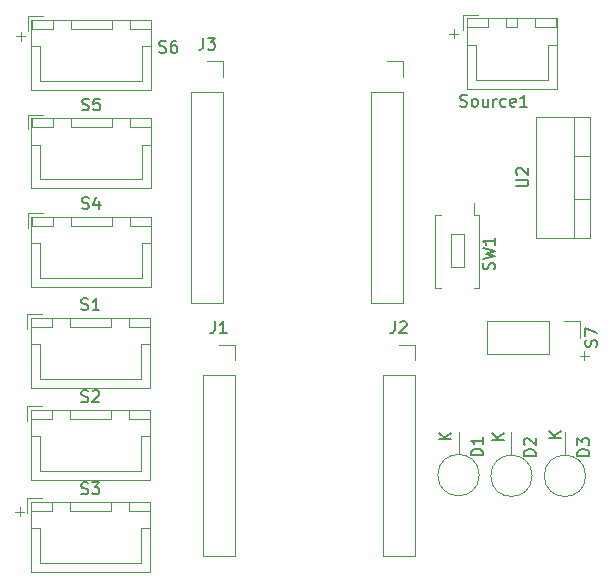
<source format=gbr>
%TF.GenerationSoftware,KiCad,Pcbnew,9.0.4*%
%TF.CreationDate,2025-09-18T17:41:51-06:00*%
%TF.ProjectId,sumo_bueno,73756d6f-5f62-4756-956e-6f2e6b696361,rev?*%
%TF.SameCoordinates,Original*%
%TF.FileFunction,Legend,Top*%
%TF.FilePolarity,Positive*%
%FSLAX46Y46*%
G04 Gerber Fmt 4.6, Leading zero omitted, Abs format (unit mm)*
G04 Created by KiCad (PCBNEW 9.0.4) date 2025-09-18 17:41:51*
%MOMM*%
%LPD*%
G01*
G04 APERTURE LIST*
%ADD10C,0.100000*%
%ADD11C,0.150000*%
%ADD12C,0.120000*%
G04 APERTURE END LIST*
D10*
X238833884Y-86351466D02*
X239595789Y-86351466D01*
X239214836Y-86732419D02*
X239214836Y-85970514D01*
X191033884Y-99531466D02*
X191795789Y-99531466D01*
X191414836Y-99912419D02*
X191414836Y-99150514D01*
X227793884Y-59081466D02*
X228555789Y-59081466D01*
X228174836Y-59462419D02*
X228174836Y-58700514D01*
X191103884Y-59271466D02*
X191865789Y-59271466D01*
X191484836Y-59652419D02*
X191484836Y-58890514D01*
D11*
X240247200Y-85561904D02*
X240294819Y-85419047D01*
X240294819Y-85419047D02*
X240294819Y-85180952D01*
X240294819Y-85180952D02*
X240247200Y-85085714D01*
X240247200Y-85085714D02*
X240199580Y-85038095D01*
X240199580Y-85038095D02*
X240104342Y-84990476D01*
X240104342Y-84990476D02*
X240009104Y-84990476D01*
X240009104Y-84990476D02*
X239913866Y-85038095D01*
X239913866Y-85038095D02*
X239866247Y-85085714D01*
X239866247Y-85085714D02*
X239818628Y-85180952D01*
X239818628Y-85180952D02*
X239771009Y-85371428D01*
X239771009Y-85371428D02*
X239723390Y-85466666D01*
X239723390Y-85466666D02*
X239675771Y-85514285D01*
X239675771Y-85514285D02*
X239580533Y-85561904D01*
X239580533Y-85561904D02*
X239485295Y-85561904D01*
X239485295Y-85561904D02*
X239390057Y-85514285D01*
X239390057Y-85514285D02*
X239342438Y-85466666D01*
X239342438Y-85466666D02*
X239294819Y-85371428D01*
X239294819Y-85371428D02*
X239294819Y-85133333D01*
X239294819Y-85133333D02*
X239342438Y-84990476D01*
X239294819Y-84657142D02*
X239294819Y-83990476D01*
X239294819Y-83990476D02*
X240294819Y-84419047D01*
X239634819Y-94823094D02*
X238634819Y-94823094D01*
X238634819Y-94823094D02*
X238634819Y-94584999D01*
X238634819Y-94584999D02*
X238682438Y-94442142D01*
X238682438Y-94442142D02*
X238777676Y-94346904D01*
X238777676Y-94346904D02*
X238872914Y-94299285D01*
X238872914Y-94299285D02*
X239063390Y-94251666D01*
X239063390Y-94251666D02*
X239206247Y-94251666D01*
X239206247Y-94251666D02*
X239396723Y-94299285D01*
X239396723Y-94299285D02*
X239491961Y-94346904D01*
X239491961Y-94346904D02*
X239587200Y-94442142D01*
X239587200Y-94442142D02*
X239634819Y-94584999D01*
X239634819Y-94584999D02*
X239634819Y-94823094D01*
X238634819Y-93918332D02*
X238634819Y-93299285D01*
X238634819Y-93299285D02*
X239015771Y-93632618D01*
X239015771Y-93632618D02*
X239015771Y-93489761D01*
X239015771Y-93489761D02*
X239063390Y-93394523D01*
X239063390Y-93394523D02*
X239111009Y-93346904D01*
X239111009Y-93346904D02*
X239206247Y-93299285D01*
X239206247Y-93299285D02*
X239444342Y-93299285D01*
X239444342Y-93299285D02*
X239539580Y-93346904D01*
X239539580Y-93346904D02*
X239587200Y-93394523D01*
X239587200Y-93394523D02*
X239634819Y-93489761D01*
X239634819Y-93489761D02*
X239634819Y-93775475D01*
X239634819Y-93775475D02*
X239587200Y-93870713D01*
X239587200Y-93870713D02*
X239539580Y-93918332D01*
X237234819Y-93271904D02*
X236234819Y-93271904D01*
X237234819Y-92700476D02*
X236663390Y-93129047D01*
X236234819Y-92700476D02*
X236806247Y-93271904D01*
X196708095Y-73867200D02*
X196850952Y-73914819D01*
X196850952Y-73914819D02*
X197089047Y-73914819D01*
X197089047Y-73914819D02*
X197184285Y-73867200D01*
X197184285Y-73867200D02*
X197231904Y-73819580D01*
X197231904Y-73819580D02*
X197279523Y-73724342D01*
X197279523Y-73724342D02*
X197279523Y-73629104D01*
X197279523Y-73629104D02*
X197231904Y-73533866D01*
X197231904Y-73533866D02*
X197184285Y-73486247D01*
X197184285Y-73486247D02*
X197089047Y-73438628D01*
X197089047Y-73438628D02*
X196898571Y-73391009D01*
X196898571Y-73391009D02*
X196803333Y-73343390D01*
X196803333Y-73343390D02*
X196755714Y-73295771D01*
X196755714Y-73295771D02*
X196708095Y-73200533D01*
X196708095Y-73200533D02*
X196708095Y-73105295D01*
X196708095Y-73105295D02*
X196755714Y-73010057D01*
X196755714Y-73010057D02*
X196803333Y-72962438D01*
X196803333Y-72962438D02*
X196898571Y-72914819D01*
X196898571Y-72914819D02*
X197136666Y-72914819D01*
X197136666Y-72914819D02*
X197279523Y-72962438D01*
X198136666Y-73248152D02*
X198136666Y-73914819D01*
X197898571Y-72867200D02*
X197660476Y-73581485D01*
X197660476Y-73581485D02*
X198279523Y-73581485D01*
X228716666Y-65197200D02*
X228859523Y-65244819D01*
X228859523Y-65244819D02*
X229097618Y-65244819D01*
X229097618Y-65244819D02*
X229192856Y-65197200D01*
X229192856Y-65197200D02*
X229240475Y-65149580D01*
X229240475Y-65149580D02*
X229288094Y-65054342D01*
X229288094Y-65054342D02*
X229288094Y-64959104D01*
X229288094Y-64959104D02*
X229240475Y-64863866D01*
X229240475Y-64863866D02*
X229192856Y-64816247D01*
X229192856Y-64816247D02*
X229097618Y-64768628D01*
X229097618Y-64768628D02*
X228907142Y-64721009D01*
X228907142Y-64721009D02*
X228811904Y-64673390D01*
X228811904Y-64673390D02*
X228764285Y-64625771D01*
X228764285Y-64625771D02*
X228716666Y-64530533D01*
X228716666Y-64530533D02*
X228716666Y-64435295D01*
X228716666Y-64435295D02*
X228764285Y-64340057D01*
X228764285Y-64340057D02*
X228811904Y-64292438D01*
X228811904Y-64292438D02*
X228907142Y-64244819D01*
X228907142Y-64244819D02*
X229145237Y-64244819D01*
X229145237Y-64244819D02*
X229288094Y-64292438D01*
X229859523Y-65244819D02*
X229764285Y-65197200D01*
X229764285Y-65197200D02*
X229716666Y-65149580D01*
X229716666Y-65149580D02*
X229669047Y-65054342D01*
X229669047Y-65054342D02*
X229669047Y-64768628D01*
X229669047Y-64768628D02*
X229716666Y-64673390D01*
X229716666Y-64673390D02*
X229764285Y-64625771D01*
X229764285Y-64625771D02*
X229859523Y-64578152D01*
X229859523Y-64578152D02*
X230002380Y-64578152D01*
X230002380Y-64578152D02*
X230097618Y-64625771D01*
X230097618Y-64625771D02*
X230145237Y-64673390D01*
X230145237Y-64673390D02*
X230192856Y-64768628D01*
X230192856Y-64768628D02*
X230192856Y-65054342D01*
X230192856Y-65054342D02*
X230145237Y-65149580D01*
X230145237Y-65149580D02*
X230097618Y-65197200D01*
X230097618Y-65197200D02*
X230002380Y-65244819D01*
X230002380Y-65244819D02*
X229859523Y-65244819D01*
X231049999Y-64578152D02*
X231049999Y-65244819D01*
X230621428Y-64578152D02*
X230621428Y-65101961D01*
X230621428Y-65101961D02*
X230669047Y-65197200D01*
X230669047Y-65197200D02*
X230764285Y-65244819D01*
X230764285Y-65244819D02*
X230907142Y-65244819D01*
X230907142Y-65244819D02*
X231002380Y-65197200D01*
X231002380Y-65197200D02*
X231049999Y-65149580D01*
X231526190Y-65244819D02*
X231526190Y-64578152D01*
X231526190Y-64768628D02*
X231573809Y-64673390D01*
X231573809Y-64673390D02*
X231621428Y-64625771D01*
X231621428Y-64625771D02*
X231716666Y-64578152D01*
X231716666Y-64578152D02*
X231811904Y-64578152D01*
X232573809Y-65197200D02*
X232478571Y-65244819D01*
X232478571Y-65244819D02*
X232288095Y-65244819D01*
X232288095Y-65244819D02*
X232192857Y-65197200D01*
X232192857Y-65197200D02*
X232145238Y-65149580D01*
X232145238Y-65149580D02*
X232097619Y-65054342D01*
X232097619Y-65054342D02*
X232097619Y-64768628D01*
X232097619Y-64768628D02*
X232145238Y-64673390D01*
X232145238Y-64673390D02*
X232192857Y-64625771D01*
X232192857Y-64625771D02*
X232288095Y-64578152D01*
X232288095Y-64578152D02*
X232478571Y-64578152D01*
X232478571Y-64578152D02*
X232573809Y-64625771D01*
X233383333Y-65197200D02*
X233288095Y-65244819D01*
X233288095Y-65244819D02*
X233097619Y-65244819D01*
X233097619Y-65244819D02*
X233002381Y-65197200D01*
X233002381Y-65197200D02*
X232954762Y-65101961D01*
X232954762Y-65101961D02*
X232954762Y-64721009D01*
X232954762Y-64721009D02*
X233002381Y-64625771D01*
X233002381Y-64625771D02*
X233097619Y-64578152D01*
X233097619Y-64578152D02*
X233288095Y-64578152D01*
X233288095Y-64578152D02*
X233383333Y-64625771D01*
X233383333Y-64625771D02*
X233430952Y-64721009D01*
X233430952Y-64721009D02*
X233430952Y-64816247D01*
X233430952Y-64816247D02*
X232954762Y-64911485D01*
X234383333Y-65244819D02*
X233811905Y-65244819D01*
X234097619Y-65244819D02*
X234097619Y-64244819D01*
X234097619Y-64244819D02*
X234002381Y-64387676D01*
X234002381Y-64387676D02*
X233907143Y-64482914D01*
X233907143Y-64482914D02*
X233811905Y-64530533D01*
X196638095Y-82417200D02*
X196780952Y-82464819D01*
X196780952Y-82464819D02*
X197019047Y-82464819D01*
X197019047Y-82464819D02*
X197114285Y-82417200D01*
X197114285Y-82417200D02*
X197161904Y-82369580D01*
X197161904Y-82369580D02*
X197209523Y-82274342D01*
X197209523Y-82274342D02*
X197209523Y-82179104D01*
X197209523Y-82179104D02*
X197161904Y-82083866D01*
X197161904Y-82083866D02*
X197114285Y-82036247D01*
X197114285Y-82036247D02*
X197019047Y-81988628D01*
X197019047Y-81988628D02*
X196828571Y-81941009D01*
X196828571Y-81941009D02*
X196733333Y-81893390D01*
X196733333Y-81893390D02*
X196685714Y-81845771D01*
X196685714Y-81845771D02*
X196638095Y-81750533D01*
X196638095Y-81750533D02*
X196638095Y-81655295D01*
X196638095Y-81655295D02*
X196685714Y-81560057D01*
X196685714Y-81560057D02*
X196733333Y-81512438D01*
X196733333Y-81512438D02*
X196828571Y-81464819D01*
X196828571Y-81464819D02*
X197066666Y-81464819D01*
X197066666Y-81464819D02*
X197209523Y-81512438D01*
X198161904Y-82464819D02*
X197590476Y-82464819D01*
X197876190Y-82464819D02*
X197876190Y-81464819D01*
X197876190Y-81464819D02*
X197780952Y-81607676D01*
X197780952Y-81607676D02*
X197685714Y-81702914D01*
X197685714Y-81702914D02*
X197590476Y-81750533D01*
X206946666Y-59424819D02*
X206946666Y-60139104D01*
X206946666Y-60139104D02*
X206899047Y-60281961D01*
X206899047Y-60281961D02*
X206803809Y-60377200D01*
X206803809Y-60377200D02*
X206660952Y-60424819D01*
X206660952Y-60424819D02*
X206565714Y-60424819D01*
X207327619Y-59424819D02*
X207946666Y-59424819D01*
X207946666Y-59424819D02*
X207613333Y-59805771D01*
X207613333Y-59805771D02*
X207756190Y-59805771D01*
X207756190Y-59805771D02*
X207851428Y-59853390D01*
X207851428Y-59853390D02*
X207899047Y-59901009D01*
X207899047Y-59901009D02*
X207946666Y-59996247D01*
X207946666Y-59996247D02*
X207946666Y-60234342D01*
X207946666Y-60234342D02*
X207899047Y-60329580D01*
X207899047Y-60329580D02*
X207851428Y-60377200D01*
X207851428Y-60377200D02*
X207756190Y-60424819D01*
X207756190Y-60424819D02*
X207470476Y-60424819D01*
X207470476Y-60424819D02*
X207375238Y-60377200D01*
X207375238Y-60377200D02*
X207327619Y-60329580D01*
X196638095Y-98017200D02*
X196780952Y-98064819D01*
X196780952Y-98064819D02*
X197019047Y-98064819D01*
X197019047Y-98064819D02*
X197114285Y-98017200D01*
X197114285Y-98017200D02*
X197161904Y-97969580D01*
X197161904Y-97969580D02*
X197209523Y-97874342D01*
X197209523Y-97874342D02*
X197209523Y-97779104D01*
X197209523Y-97779104D02*
X197161904Y-97683866D01*
X197161904Y-97683866D02*
X197114285Y-97636247D01*
X197114285Y-97636247D02*
X197019047Y-97588628D01*
X197019047Y-97588628D02*
X196828571Y-97541009D01*
X196828571Y-97541009D02*
X196733333Y-97493390D01*
X196733333Y-97493390D02*
X196685714Y-97445771D01*
X196685714Y-97445771D02*
X196638095Y-97350533D01*
X196638095Y-97350533D02*
X196638095Y-97255295D01*
X196638095Y-97255295D02*
X196685714Y-97160057D01*
X196685714Y-97160057D02*
X196733333Y-97112438D01*
X196733333Y-97112438D02*
X196828571Y-97064819D01*
X196828571Y-97064819D02*
X197066666Y-97064819D01*
X197066666Y-97064819D02*
X197209523Y-97112438D01*
X197542857Y-97064819D02*
X198161904Y-97064819D01*
X198161904Y-97064819D02*
X197828571Y-97445771D01*
X197828571Y-97445771D02*
X197971428Y-97445771D01*
X197971428Y-97445771D02*
X198066666Y-97493390D01*
X198066666Y-97493390D02*
X198114285Y-97541009D01*
X198114285Y-97541009D02*
X198161904Y-97636247D01*
X198161904Y-97636247D02*
X198161904Y-97874342D01*
X198161904Y-97874342D02*
X198114285Y-97969580D01*
X198114285Y-97969580D02*
X198066666Y-98017200D01*
X198066666Y-98017200D02*
X197971428Y-98064819D01*
X197971428Y-98064819D02*
X197685714Y-98064819D01*
X197685714Y-98064819D02*
X197590476Y-98017200D01*
X197590476Y-98017200D02*
X197542857Y-97969580D01*
X231577200Y-79013332D02*
X231624819Y-78870475D01*
X231624819Y-78870475D02*
X231624819Y-78632380D01*
X231624819Y-78632380D02*
X231577200Y-78537142D01*
X231577200Y-78537142D02*
X231529580Y-78489523D01*
X231529580Y-78489523D02*
X231434342Y-78441904D01*
X231434342Y-78441904D02*
X231339104Y-78441904D01*
X231339104Y-78441904D02*
X231243866Y-78489523D01*
X231243866Y-78489523D02*
X231196247Y-78537142D01*
X231196247Y-78537142D02*
X231148628Y-78632380D01*
X231148628Y-78632380D02*
X231101009Y-78822856D01*
X231101009Y-78822856D02*
X231053390Y-78918094D01*
X231053390Y-78918094D02*
X231005771Y-78965713D01*
X231005771Y-78965713D02*
X230910533Y-79013332D01*
X230910533Y-79013332D02*
X230815295Y-79013332D01*
X230815295Y-79013332D02*
X230720057Y-78965713D01*
X230720057Y-78965713D02*
X230672438Y-78918094D01*
X230672438Y-78918094D02*
X230624819Y-78822856D01*
X230624819Y-78822856D02*
X230624819Y-78584761D01*
X230624819Y-78584761D02*
X230672438Y-78441904D01*
X230624819Y-78108570D02*
X231624819Y-77870475D01*
X231624819Y-77870475D02*
X230910533Y-77679999D01*
X230910533Y-77679999D02*
X231624819Y-77489523D01*
X231624819Y-77489523D02*
X230624819Y-77251428D01*
X231624819Y-76346666D02*
X231624819Y-76918094D01*
X231624819Y-76632380D02*
X230624819Y-76632380D01*
X230624819Y-76632380D02*
X230767676Y-76727618D01*
X230767676Y-76727618D02*
X230862914Y-76822856D01*
X230862914Y-76822856D02*
X230910533Y-76918094D01*
X233464819Y-72001904D02*
X234274342Y-72001904D01*
X234274342Y-72001904D02*
X234369580Y-71954285D01*
X234369580Y-71954285D02*
X234417200Y-71906666D01*
X234417200Y-71906666D02*
X234464819Y-71811428D01*
X234464819Y-71811428D02*
X234464819Y-71620952D01*
X234464819Y-71620952D02*
X234417200Y-71525714D01*
X234417200Y-71525714D02*
X234369580Y-71478095D01*
X234369580Y-71478095D02*
X234274342Y-71430476D01*
X234274342Y-71430476D02*
X233464819Y-71430476D01*
X233560057Y-71001904D02*
X233512438Y-70954285D01*
X233512438Y-70954285D02*
X233464819Y-70859047D01*
X233464819Y-70859047D02*
X233464819Y-70620952D01*
X233464819Y-70620952D02*
X233512438Y-70525714D01*
X233512438Y-70525714D02*
X233560057Y-70478095D01*
X233560057Y-70478095D02*
X233655295Y-70430476D01*
X233655295Y-70430476D02*
X233750533Y-70430476D01*
X233750533Y-70430476D02*
X233893390Y-70478095D01*
X233893390Y-70478095D02*
X234464819Y-71049523D01*
X234464819Y-71049523D02*
X234464819Y-70430476D01*
X230624819Y-94763094D02*
X229624819Y-94763094D01*
X229624819Y-94763094D02*
X229624819Y-94524999D01*
X229624819Y-94524999D02*
X229672438Y-94382142D01*
X229672438Y-94382142D02*
X229767676Y-94286904D01*
X229767676Y-94286904D02*
X229862914Y-94239285D01*
X229862914Y-94239285D02*
X230053390Y-94191666D01*
X230053390Y-94191666D02*
X230196247Y-94191666D01*
X230196247Y-94191666D02*
X230386723Y-94239285D01*
X230386723Y-94239285D02*
X230481961Y-94286904D01*
X230481961Y-94286904D02*
X230577200Y-94382142D01*
X230577200Y-94382142D02*
X230624819Y-94524999D01*
X230624819Y-94524999D02*
X230624819Y-94763094D01*
X230624819Y-93239285D02*
X230624819Y-93810713D01*
X230624819Y-93524999D02*
X229624819Y-93524999D01*
X229624819Y-93524999D02*
X229767676Y-93620237D01*
X229767676Y-93620237D02*
X229862914Y-93715475D01*
X229862914Y-93715475D02*
X229910533Y-93810713D01*
X227924819Y-93421904D02*
X226924819Y-93421904D01*
X227924819Y-92850476D02*
X227353390Y-93279047D01*
X226924819Y-92850476D02*
X227496247Y-93421904D01*
X223186666Y-83414819D02*
X223186666Y-84129104D01*
X223186666Y-84129104D02*
X223139047Y-84271961D01*
X223139047Y-84271961D02*
X223043809Y-84367200D01*
X223043809Y-84367200D02*
X222900952Y-84414819D01*
X222900952Y-84414819D02*
X222805714Y-84414819D01*
X223615238Y-83510057D02*
X223662857Y-83462438D01*
X223662857Y-83462438D02*
X223758095Y-83414819D01*
X223758095Y-83414819D02*
X223996190Y-83414819D01*
X223996190Y-83414819D02*
X224091428Y-83462438D01*
X224091428Y-83462438D02*
X224139047Y-83510057D01*
X224139047Y-83510057D02*
X224186666Y-83605295D01*
X224186666Y-83605295D02*
X224186666Y-83700533D01*
X224186666Y-83700533D02*
X224139047Y-83843390D01*
X224139047Y-83843390D02*
X223567619Y-84414819D01*
X223567619Y-84414819D02*
X224186666Y-84414819D01*
X203238095Y-60627200D02*
X203380952Y-60674819D01*
X203380952Y-60674819D02*
X203619047Y-60674819D01*
X203619047Y-60674819D02*
X203714285Y-60627200D01*
X203714285Y-60627200D02*
X203761904Y-60579580D01*
X203761904Y-60579580D02*
X203809523Y-60484342D01*
X203809523Y-60484342D02*
X203809523Y-60389104D01*
X203809523Y-60389104D02*
X203761904Y-60293866D01*
X203761904Y-60293866D02*
X203714285Y-60246247D01*
X203714285Y-60246247D02*
X203619047Y-60198628D01*
X203619047Y-60198628D02*
X203428571Y-60151009D01*
X203428571Y-60151009D02*
X203333333Y-60103390D01*
X203333333Y-60103390D02*
X203285714Y-60055771D01*
X203285714Y-60055771D02*
X203238095Y-59960533D01*
X203238095Y-59960533D02*
X203238095Y-59865295D01*
X203238095Y-59865295D02*
X203285714Y-59770057D01*
X203285714Y-59770057D02*
X203333333Y-59722438D01*
X203333333Y-59722438D02*
X203428571Y-59674819D01*
X203428571Y-59674819D02*
X203666666Y-59674819D01*
X203666666Y-59674819D02*
X203809523Y-59722438D01*
X204666666Y-59674819D02*
X204476190Y-59674819D01*
X204476190Y-59674819D02*
X204380952Y-59722438D01*
X204380952Y-59722438D02*
X204333333Y-59770057D01*
X204333333Y-59770057D02*
X204238095Y-59912914D01*
X204238095Y-59912914D02*
X204190476Y-60103390D01*
X204190476Y-60103390D02*
X204190476Y-60484342D01*
X204190476Y-60484342D02*
X204238095Y-60579580D01*
X204238095Y-60579580D02*
X204285714Y-60627200D01*
X204285714Y-60627200D02*
X204380952Y-60674819D01*
X204380952Y-60674819D02*
X204571428Y-60674819D01*
X204571428Y-60674819D02*
X204666666Y-60627200D01*
X204666666Y-60627200D02*
X204714285Y-60579580D01*
X204714285Y-60579580D02*
X204761904Y-60484342D01*
X204761904Y-60484342D02*
X204761904Y-60246247D01*
X204761904Y-60246247D02*
X204714285Y-60151009D01*
X204714285Y-60151009D02*
X204666666Y-60103390D01*
X204666666Y-60103390D02*
X204571428Y-60055771D01*
X204571428Y-60055771D02*
X204380952Y-60055771D01*
X204380952Y-60055771D02*
X204285714Y-60103390D01*
X204285714Y-60103390D02*
X204238095Y-60151009D01*
X204238095Y-60151009D02*
X204190476Y-60246247D01*
X196638095Y-90217200D02*
X196780952Y-90264819D01*
X196780952Y-90264819D02*
X197019047Y-90264819D01*
X197019047Y-90264819D02*
X197114285Y-90217200D01*
X197114285Y-90217200D02*
X197161904Y-90169580D01*
X197161904Y-90169580D02*
X197209523Y-90074342D01*
X197209523Y-90074342D02*
X197209523Y-89979104D01*
X197209523Y-89979104D02*
X197161904Y-89883866D01*
X197161904Y-89883866D02*
X197114285Y-89836247D01*
X197114285Y-89836247D02*
X197019047Y-89788628D01*
X197019047Y-89788628D02*
X196828571Y-89741009D01*
X196828571Y-89741009D02*
X196733333Y-89693390D01*
X196733333Y-89693390D02*
X196685714Y-89645771D01*
X196685714Y-89645771D02*
X196638095Y-89550533D01*
X196638095Y-89550533D02*
X196638095Y-89455295D01*
X196638095Y-89455295D02*
X196685714Y-89360057D01*
X196685714Y-89360057D02*
X196733333Y-89312438D01*
X196733333Y-89312438D02*
X196828571Y-89264819D01*
X196828571Y-89264819D02*
X197066666Y-89264819D01*
X197066666Y-89264819D02*
X197209523Y-89312438D01*
X197590476Y-89360057D02*
X197638095Y-89312438D01*
X197638095Y-89312438D02*
X197733333Y-89264819D01*
X197733333Y-89264819D02*
X197971428Y-89264819D01*
X197971428Y-89264819D02*
X198066666Y-89312438D01*
X198066666Y-89312438D02*
X198114285Y-89360057D01*
X198114285Y-89360057D02*
X198161904Y-89455295D01*
X198161904Y-89455295D02*
X198161904Y-89550533D01*
X198161904Y-89550533D02*
X198114285Y-89693390D01*
X198114285Y-89693390D02*
X197542857Y-90264819D01*
X197542857Y-90264819D02*
X198161904Y-90264819D01*
X235104819Y-94823094D02*
X234104819Y-94823094D01*
X234104819Y-94823094D02*
X234104819Y-94584999D01*
X234104819Y-94584999D02*
X234152438Y-94442142D01*
X234152438Y-94442142D02*
X234247676Y-94346904D01*
X234247676Y-94346904D02*
X234342914Y-94299285D01*
X234342914Y-94299285D02*
X234533390Y-94251666D01*
X234533390Y-94251666D02*
X234676247Y-94251666D01*
X234676247Y-94251666D02*
X234866723Y-94299285D01*
X234866723Y-94299285D02*
X234961961Y-94346904D01*
X234961961Y-94346904D02*
X235057200Y-94442142D01*
X235057200Y-94442142D02*
X235104819Y-94584999D01*
X235104819Y-94584999D02*
X235104819Y-94823094D01*
X234200057Y-93870713D02*
X234152438Y-93823094D01*
X234152438Y-93823094D02*
X234104819Y-93727856D01*
X234104819Y-93727856D02*
X234104819Y-93489761D01*
X234104819Y-93489761D02*
X234152438Y-93394523D01*
X234152438Y-93394523D02*
X234200057Y-93346904D01*
X234200057Y-93346904D02*
X234295295Y-93299285D01*
X234295295Y-93299285D02*
X234390533Y-93299285D01*
X234390533Y-93299285D02*
X234533390Y-93346904D01*
X234533390Y-93346904D02*
X235104819Y-93918332D01*
X235104819Y-93918332D02*
X235104819Y-93299285D01*
X232404819Y-93481904D02*
X231404819Y-93481904D01*
X232404819Y-92910476D02*
X231833390Y-93339047D01*
X231404819Y-92910476D02*
X231976247Y-93481904D01*
X207946666Y-83414819D02*
X207946666Y-84129104D01*
X207946666Y-84129104D02*
X207899047Y-84271961D01*
X207899047Y-84271961D02*
X207803809Y-84367200D01*
X207803809Y-84367200D02*
X207660952Y-84414819D01*
X207660952Y-84414819D02*
X207565714Y-84414819D01*
X208946666Y-84414819D02*
X208375238Y-84414819D01*
X208660952Y-84414819D02*
X208660952Y-83414819D01*
X208660952Y-83414819D02*
X208565714Y-83557676D01*
X208565714Y-83557676D02*
X208470476Y-83652914D01*
X208470476Y-83652914D02*
X208375238Y-83700533D01*
X196708095Y-65517200D02*
X196850952Y-65564819D01*
X196850952Y-65564819D02*
X197089047Y-65564819D01*
X197089047Y-65564819D02*
X197184285Y-65517200D01*
X197184285Y-65517200D02*
X197231904Y-65469580D01*
X197231904Y-65469580D02*
X197279523Y-65374342D01*
X197279523Y-65374342D02*
X197279523Y-65279104D01*
X197279523Y-65279104D02*
X197231904Y-65183866D01*
X197231904Y-65183866D02*
X197184285Y-65136247D01*
X197184285Y-65136247D02*
X197089047Y-65088628D01*
X197089047Y-65088628D02*
X196898571Y-65041009D01*
X196898571Y-65041009D02*
X196803333Y-64993390D01*
X196803333Y-64993390D02*
X196755714Y-64945771D01*
X196755714Y-64945771D02*
X196708095Y-64850533D01*
X196708095Y-64850533D02*
X196708095Y-64755295D01*
X196708095Y-64755295D02*
X196755714Y-64660057D01*
X196755714Y-64660057D02*
X196803333Y-64612438D01*
X196803333Y-64612438D02*
X196898571Y-64564819D01*
X196898571Y-64564819D02*
X197136666Y-64564819D01*
X197136666Y-64564819D02*
X197279523Y-64612438D01*
X198184285Y-64564819D02*
X197708095Y-64564819D01*
X197708095Y-64564819D02*
X197660476Y-65041009D01*
X197660476Y-65041009D02*
X197708095Y-64993390D01*
X197708095Y-64993390D02*
X197803333Y-64945771D01*
X197803333Y-64945771D02*
X198041428Y-64945771D01*
X198041428Y-64945771D02*
X198136666Y-64993390D01*
X198136666Y-64993390D02*
X198184285Y-65041009D01*
X198184285Y-65041009D02*
X198231904Y-65136247D01*
X198231904Y-65136247D02*
X198231904Y-65374342D01*
X198231904Y-65374342D02*
X198184285Y-65469580D01*
X198184285Y-65469580D02*
X198136666Y-65517200D01*
X198136666Y-65517200D02*
X198041428Y-65564819D01*
X198041428Y-65564819D02*
X197803333Y-65564819D01*
X197803333Y-65564819D02*
X197708095Y-65517200D01*
X197708095Y-65517200D02*
X197660476Y-65469580D01*
D12*
%TO.C,S7*%
X231000000Y-83420000D02*
X231000000Y-86180000D01*
X236190000Y-83420000D02*
X231000000Y-83420000D01*
X236190000Y-83420000D02*
X236190000Y-86180000D01*
X236190000Y-86180000D02*
X231000000Y-86180000D01*
X237460000Y-83420000D02*
X238840000Y-83420000D01*
X238840000Y-83420000D02*
X238840000Y-84800000D01*
%TO.C,D3*%
X237580000Y-94749365D02*
X237580000Y-92820000D01*
X239330635Y-96500000D02*
G75*
G02*
X235829365Y-96500000I-1750635J0D01*
G01*
X235829365Y-96500000D02*
G75*
G02*
X239330635Y-96500000I1750635J0D01*
G01*
%TO.C,S4*%
X192120000Y-74260000D02*
X192120000Y-75510000D01*
X192410000Y-74550000D02*
X192410000Y-80520000D01*
X192410000Y-80520000D02*
X202530000Y-80520000D01*
X192420000Y-74560000D02*
X192420000Y-75310000D01*
X192420000Y-75310000D02*
X194220000Y-75310000D01*
X192420000Y-76810000D02*
X193170000Y-76810000D01*
X193170000Y-76810000D02*
X193170000Y-79760000D01*
X193170000Y-79760000D02*
X197470000Y-79760000D01*
X193370000Y-74260000D02*
X192120000Y-74260000D01*
X194220000Y-74560000D02*
X192420000Y-74560000D01*
X194220000Y-75310000D02*
X194220000Y-74560000D01*
X195720000Y-74560000D02*
X195720000Y-75310000D01*
X195720000Y-75310000D02*
X199220000Y-75310000D01*
X199220000Y-74560000D02*
X195720000Y-74560000D01*
X199220000Y-75310000D02*
X199220000Y-74560000D01*
X200720000Y-74560000D02*
X200720000Y-75310000D01*
X200720000Y-75310000D02*
X202520000Y-75310000D01*
X201770000Y-76810000D02*
X201770000Y-79760000D01*
X201770000Y-79760000D02*
X197470000Y-79760000D01*
X202520000Y-74560000D02*
X200720000Y-74560000D01*
X202520000Y-75310000D02*
X202520000Y-74560000D01*
X202520000Y-76810000D02*
X201770000Y-76810000D01*
X202530000Y-74550000D02*
X192410000Y-74550000D01*
X202530000Y-80520000D02*
X202530000Y-74550000D01*
%TO.C,Source1*%
X228960000Y-57470000D02*
X228960000Y-58720000D01*
X229250000Y-57760000D02*
X229250000Y-63730000D01*
X229250000Y-63730000D02*
X236870000Y-63730000D01*
X229260000Y-57770000D02*
X229260000Y-58520000D01*
X229260000Y-58520000D02*
X231060000Y-58520000D01*
X229260000Y-60020000D02*
X230010000Y-60020000D01*
X230010000Y-60020000D02*
X230010000Y-62970000D01*
X230010000Y-62970000D02*
X233060000Y-62970000D01*
X230210000Y-57470000D02*
X228960000Y-57470000D01*
X231060000Y-57770000D02*
X229260000Y-57770000D01*
X231060000Y-58520000D02*
X231060000Y-57770000D01*
X232560000Y-57770000D02*
X232560000Y-58520000D01*
X232560000Y-58520000D02*
X233560000Y-58520000D01*
X233560000Y-57770000D02*
X232560000Y-57770000D01*
X233560000Y-58520000D02*
X233560000Y-57770000D01*
X235060000Y-57770000D02*
X235060000Y-58520000D01*
X235060000Y-58520000D02*
X236860000Y-58520000D01*
X236110000Y-60020000D02*
X236110000Y-62970000D01*
X236110000Y-62970000D02*
X233060000Y-62970000D01*
X236860000Y-57770000D02*
X235060000Y-57770000D01*
X236860000Y-58520000D02*
X236860000Y-57770000D01*
X236860000Y-60020000D02*
X236110000Y-60020000D01*
X236870000Y-57760000D02*
X229250000Y-57760000D01*
X236870000Y-63730000D02*
X236870000Y-57760000D01*
%TO.C,S1*%
X192050000Y-82810000D02*
X192050000Y-84060000D01*
X192340000Y-83100000D02*
X192340000Y-89070000D01*
X192340000Y-89070000D02*
X202460000Y-89070000D01*
X192350000Y-83110000D02*
X192350000Y-83860000D01*
X192350000Y-83860000D02*
X194150000Y-83860000D01*
X192350000Y-85360000D02*
X193100000Y-85360000D01*
X193100000Y-85360000D02*
X193100000Y-88310000D01*
X193100000Y-88310000D02*
X197400000Y-88310000D01*
X193300000Y-82810000D02*
X192050000Y-82810000D01*
X194150000Y-83110000D02*
X192350000Y-83110000D01*
X194150000Y-83860000D02*
X194150000Y-83110000D01*
X195650000Y-83110000D02*
X195650000Y-83860000D01*
X195650000Y-83860000D02*
X199150000Y-83860000D01*
X199150000Y-83110000D02*
X195650000Y-83110000D01*
X199150000Y-83860000D02*
X199150000Y-83110000D01*
X200650000Y-83110000D02*
X200650000Y-83860000D01*
X200650000Y-83860000D02*
X202450000Y-83860000D01*
X201700000Y-85360000D02*
X201700000Y-88310000D01*
X201700000Y-88310000D02*
X197400000Y-88310000D01*
X202450000Y-83110000D02*
X200650000Y-83110000D01*
X202450000Y-83860000D02*
X202450000Y-83110000D01*
X202450000Y-85360000D02*
X201700000Y-85360000D01*
X202460000Y-83100000D02*
X192340000Y-83100000D01*
X202460000Y-89070000D02*
X202460000Y-83100000D01*
%TO.C,J3*%
X205950000Y-64010000D02*
X205950000Y-81850000D01*
X205950000Y-64010000D02*
X208610000Y-64010000D01*
X205950000Y-81850000D02*
X208610000Y-81850000D01*
X207280000Y-61410000D02*
X208610000Y-61410000D01*
X208610000Y-61410000D02*
X208610000Y-62740000D01*
X208610000Y-64010000D02*
X208610000Y-81850000D01*
%TO.C,S3*%
X192050000Y-98410000D02*
X192050000Y-99660000D01*
X192340000Y-98700000D02*
X192340000Y-104670000D01*
X192340000Y-104670000D02*
X202460000Y-104670000D01*
X192350000Y-98710000D02*
X192350000Y-99460000D01*
X192350000Y-99460000D02*
X194150000Y-99460000D01*
X192350000Y-100960000D02*
X193100000Y-100960000D01*
X193100000Y-100960000D02*
X193100000Y-103910000D01*
X193100000Y-103910000D02*
X197400000Y-103910000D01*
X193300000Y-98410000D02*
X192050000Y-98410000D01*
X194150000Y-98710000D02*
X192350000Y-98710000D01*
X194150000Y-99460000D02*
X194150000Y-98710000D01*
X195650000Y-98710000D02*
X195650000Y-99460000D01*
X195650000Y-99460000D02*
X199150000Y-99460000D01*
X199150000Y-98710000D02*
X195650000Y-98710000D01*
X199150000Y-99460000D02*
X199150000Y-98710000D01*
X200650000Y-98710000D02*
X200650000Y-99460000D01*
X200650000Y-99460000D02*
X202450000Y-99460000D01*
X201700000Y-100960000D02*
X201700000Y-103910000D01*
X201700000Y-103910000D02*
X197400000Y-103910000D01*
X202450000Y-98710000D02*
X200650000Y-98710000D01*
X202450000Y-99460000D02*
X202450000Y-98710000D01*
X202450000Y-100960000D02*
X201700000Y-100960000D01*
X202460000Y-98700000D02*
X192340000Y-98700000D01*
X202460000Y-104670000D02*
X202460000Y-98700000D01*
%TO.C,J4*%
X221190000Y-64020000D02*
X221190000Y-81860000D01*
X221190000Y-64020000D02*
X223850000Y-64020000D01*
X221190000Y-81860000D02*
X223850000Y-81860000D01*
X222520000Y-61420000D02*
X223850000Y-61420000D01*
X223850000Y-61420000D02*
X223850000Y-62750000D01*
X223850000Y-64020000D02*
X223850000Y-81860000D01*
%TO.C,SW1*%
X226620000Y-74410000D02*
X226620000Y-80610000D01*
X227080000Y-74410000D02*
X226620000Y-74410000D01*
X227080000Y-80610000D02*
X226620000Y-80610000D01*
X229860000Y-74410000D02*
X229860000Y-73410000D01*
X230320000Y-74410000D02*
X229860000Y-74410000D01*
X230320000Y-80610000D02*
X229860000Y-80610000D01*
X230320000Y-80610000D02*
X230320000Y-74410000D01*
X229020000Y-76010000D02*
X227970000Y-76010000D01*
X227970000Y-78860000D01*
X229020000Y-78860000D01*
X229020000Y-76010000D01*
%TO.C,U2*%
X235100000Y-66130000D02*
X239720000Y-66130000D01*
X235100000Y-76350000D02*
X235100000Y-66130000D01*
X238340000Y-66130000D02*
X238340000Y-76350000D01*
X239720000Y-66130000D02*
X239720000Y-76350000D01*
X239720000Y-69390000D02*
X238340000Y-69390000D01*
X239720000Y-73090000D02*
X238340000Y-73090000D01*
X239720000Y-76350000D02*
X235100000Y-76350000D01*
%TO.C,D1*%
X228570000Y-94689365D02*
X228570000Y-92760000D01*
X230320635Y-96440000D02*
G75*
G02*
X226819365Y-96440000I-1750635J0D01*
G01*
X226819365Y-96440000D02*
G75*
G02*
X230320635Y-96440000I1750635J0D01*
G01*
%TO.C,J2*%
X222190000Y-88000000D02*
X222190000Y-103300000D01*
X222190000Y-88000000D02*
X224850000Y-88000000D01*
X222190000Y-103300000D02*
X224850000Y-103300000D01*
X223520000Y-85400000D02*
X224850000Y-85400000D01*
X224850000Y-85400000D02*
X224850000Y-86730000D01*
X224850000Y-88000000D02*
X224850000Y-103300000D01*
%TO.C,S6*%
X192120000Y-57600000D02*
X192120000Y-58850000D01*
X192410000Y-57890000D02*
X192410000Y-63860000D01*
X192410000Y-63860000D02*
X202530000Y-63860000D01*
X192420000Y-57900000D02*
X192420000Y-58650000D01*
X192420000Y-58650000D02*
X194220000Y-58650000D01*
X192420000Y-60150000D02*
X193170000Y-60150000D01*
X193170000Y-60150000D02*
X193170000Y-63100000D01*
X193170000Y-63100000D02*
X197470000Y-63100000D01*
X193370000Y-57600000D02*
X192120000Y-57600000D01*
X194220000Y-57900000D02*
X192420000Y-57900000D01*
X194220000Y-58650000D02*
X194220000Y-57900000D01*
X195720000Y-57900000D02*
X195720000Y-58650000D01*
X195720000Y-58650000D02*
X199220000Y-58650000D01*
X199220000Y-57900000D02*
X195720000Y-57900000D01*
X199220000Y-58650000D02*
X199220000Y-57900000D01*
X200720000Y-57900000D02*
X200720000Y-58650000D01*
X200720000Y-58650000D02*
X202520000Y-58650000D01*
X201770000Y-60150000D02*
X201770000Y-63100000D01*
X201770000Y-63100000D02*
X197470000Y-63100000D01*
X202520000Y-57900000D02*
X200720000Y-57900000D01*
X202520000Y-58650000D02*
X202520000Y-57900000D01*
X202520000Y-60150000D02*
X201770000Y-60150000D01*
X202530000Y-57890000D02*
X192410000Y-57890000D01*
X202530000Y-63860000D02*
X202530000Y-57890000D01*
%TO.C,S2*%
X192050000Y-90610000D02*
X192050000Y-91860000D01*
X192340000Y-90900000D02*
X192340000Y-96870000D01*
X192340000Y-96870000D02*
X202460000Y-96870000D01*
X192350000Y-90910000D02*
X192350000Y-91660000D01*
X192350000Y-91660000D02*
X194150000Y-91660000D01*
X192350000Y-93160000D02*
X193100000Y-93160000D01*
X193100000Y-93160000D02*
X193100000Y-96110000D01*
X193100000Y-96110000D02*
X197400000Y-96110000D01*
X193300000Y-90610000D02*
X192050000Y-90610000D01*
X194150000Y-90910000D02*
X192350000Y-90910000D01*
X194150000Y-91660000D02*
X194150000Y-90910000D01*
X195650000Y-90910000D02*
X195650000Y-91660000D01*
X195650000Y-91660000D02*
X199150000Y-91660000D01*
X199150000Y-90910000D02*
X195650000Y-90910000D01*
X199150000Y-91660000D02*
X199150000Y-90910000D01*
X200650000Y-90910000D02*
X200650000Y-91660000D01*
X200650000Y-91660000D02*
X202450000Y-91660000D01*
X201700000Y-93160000D02*
X201700000Y-96110000D01*
X201700000Y-96110000D02*
X197400000Y-96110000D01*
X202450000Y-90910000D02*
X200650000Y-90910000D01*
X202450000Y-91660000D02*
X202450000Y-90910000D01*
X202450000Y-93160000D02*
X201700000Y-93160000D01*
X202460000Y-90900000D02*
X192340000Y-90900000D01*
X202460000Y-96870000D02*
X202460000Y-90900000D01*
%TO.C,D2*%
X233050000Y-94749365D02*
X233050000Y-92820000D01*
X234800635Y-96500000D02*
G75*
G02*
X231299365Y-96500000I-1750635J0D01*
G01*
X231299365Y-96500000D02*
G75*
G02*
X234800635Y-96500000I1750635J0D01*
G01*
%TO.C,J1*%
X206950000Y-88000000D02*
X206950000Y-103300000D01*
X206950000Y-88000000D02*
X209610000Y-88000000D01*
X206950000Y-103300000D02*
X209610000Y-103300000D01*
X208280000Y-85400000D02*
X209610000Y-85400000D01*
X209610000Y-85400000D02*
X209610000Y-86730000D01*
X209610000Y-88000000D02*
X209610000Y-103300000D01*
%TO.C,S5*%
X192120000Y-65910000D02*
X192120000Y-67160000D01*
X192410000Y-66200000D02*
X192410000Y-72170000D01*
X192410000Y-72170000D02*
X202530000Y-72170000D01*
X192420000Y-66210000D02*
X192420000Y-66960000D01*
X192420000Y-66960000D02*
X194220000Y-66960000D01*
X192420000Y-68460000D02*
X193170000Y-68460000D01*
X193170000Y-68460000D02*
X193170000Y-71410000D01*
X193170000Y-71410000D02*
X197470000Y-71410000D01*
X193370000Y-65910000D02*
X192120000Y-65910000D01*
X194220000Y-66210000D02*
X192420000Y-66210000D01*
X194220000Y-66960000D02*
X194220000Y-66210000D01*
X195720000Y-66210000D02*
X195720000Y-66960000D01*
X195720000Y-66960000D02*
X199220000Y-66960000D01*
X199220000Y-66210000D02*
X195720000Y-66210000D01*
X199220000Y-66960000D02*
X199220000Y-66210000D01*
X200720000Y-66210000D02*
X200720000Y-66960000D01*
X200720000Y-66960000D02*
X202520000Y-66960000D01*
X201770000Y-68460000D02*
X201770000Y-71410000D01*
X201770000Y-71410000D02*
X197470000Y-71410000D01*
X202520000Y-66210000D02*
X200720000Y-66210000D01*
X202520000Y-66960000D02*
X202520000Y-66210000D01*
X202520000Y-68460000D02*
X201770000Y-68460000D01*
X202530000Y-66200000D02*
X192410000Y-66200000D01*
X202530000Y-72170000D02*
X202530000Y-66200000D01*
%TD*%
M02*

</source>
